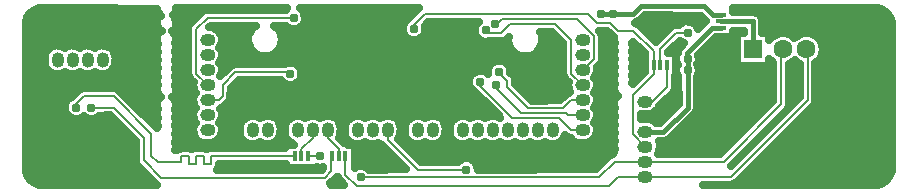
<source format=gbr>
G04 DipTrace 2.4.0.2*
%INBottom.gbr*%
%MOIN*%
%ADD15C,0.0079*%
%ADD16C,0.0157*%
%ADD19C,0.025*%
%ADD25C,0.0886*%
%ADD26R,0.063X0.063*%
%ADD27C,0.063*%
%ADD28C,0.1378*%
%ADD32C,0.0492*%
%ADD33C,0.061*%
%ADD35O,0.0512X0.0416*%
%ADD36O,0.0416X0.0512*%
%ADD39R,0.016X0.032*%
%ADD40R,0.032X0.016*%
%ADD43C,0.031*%
%FSLAX44Y44*%
G04*
G70*
G90*
G75*
G01*
%LNBottom*%
%LPD*%
X16318Y6068D2*
D15*
Y5755D1*
X17318Y4755D1*
X18943D1*
X24912Y7019D2*
X25144D1*
X25630Y7505D1*
Y8255D1*
X26318Y8443D2*
D16*
X26312Y8449D1*
Y8656D1*
X27129Y9473D1*
X27443D1*
X26318Y8068D2*
Y8443D1*
Y8068D2*
Y6818D1*
X25505Y6005D1*
X24926D1*
X24912Y6019D1*
X23443Y9943D2*
X23818D1*
X24506D1*
X24756Y10193D1*
X26881D1*
X27162Y9913D1*
X27443D1*
X11318Y6068D2*
D15*
Y6999D1*
X11665Y7346D1*
X11458Y8693D2*
X11661D1*
X11989Y8365D1*
X13371D1*
X14805Y6931D1*
Y6526D1*
Y6081D1*
X14818Y6068D1*
X21693Y8693D2*
Y7548D1*
X21483Y7337D1*
X21693Y8693D2*
X21429D1*
X21083Y8348D1*
X18975D1*
X18302Y7674D1*
Y6920D1*
Y6084D1*
X18318Y6068D1*
X14805Y6931D2*
X16818Y6920D1*
X18302D1*
X16818Y6068D2*
Y6920D1*
X11665Y7346D2*
X12040D1*
X12818Y6568D1*
Y6526D1*
Y6068D1*
Y6526D2*
X14805D1*
X13193Y9818D2*
X10318D1*
X9943Y9443D1*
Y7943D1*
X10318Y7568D1*
X13068Y7943D2*
Y7998D1*
X11248D1*
X10818Y7568D1*
Y7193D1*
X10693Y7068D1*
X10318D1*
X19913Y9622D2*
Y9537D1*
X20138Y9763D1*
X22623D1*
X23193Y9193D1*
Y8443D1*
X22818Y8068D1*
X19610Y9401D2*
Y9300D1*
X20105D1*
X20413Y9608D1*
X21903D1*
X22443Y9068D1*
Y7943D1*
X22818Y7568D1*
X20037Y8008D2*
X20011D1*
X20298Y7721D1*
Y7501D1*
X21005Y6794D1*
X22169D1*
X22443Y7068D1*
X22818D1*
X19922Y7570D2*
Y7464D1*
X20753Y6633D1*
X22253D1*
X22318Y6568D1*
X22818D1*
X19411Y7676D2*
Y7541D1*
X20472Y6479D1*
X22032D1*
X22443Y6068D1*
X22818D1*
X13663Y5193D2*
X14068D1*
X15425Y4493D2*
X23368D1*
X23894Y5019D1*
X24912D1*
X27519D1*
X29443Y6943D1*
Y8709D1*
X29492Y8758D1*
X28508D2*
D16*
Y9693D1*
X27443D1*
X5943Y6818D2*
D15*
Y6943D1*
X6193Y7193D1*
X7193D1*
X8443Y5943D1*
Y5218D1*
X8652Y5009D1*
X9441D1*
Y5193D1*
X9693D1*
Y4943D1*
X9943D1*
Y5193D1*
X10193D1*
Y4943D1*
X10443D1*
Y5193D1*
X13223D1*
X6443Y6818D2*
X7193D1*
X8193Y5818D1*
Y5060D1*
X8773Y4480D1*
X14230D1*
X14443Y4693D1*
Y5163D1*
X14473Y5193D1*
X17193Y9443D2*
Y9568D1*
X17568Y9943D1*
X22994D1*
X23289Y9648D1*
X23749D1*
X24008Y9388D1*
X24498D1*
X25190Y8695D1*
Y8255D1*
Y7940D1*
X24506Y7255D1*
Y5926D1*
X24912Y5519D1*
X14913Y5193D2*
Y4589D1*
X15309Y4193D1*
X23693D1*
X24007Y4507D1*
X24900D1*
X24912Y4519D1*
X27769D1*
X30318Y7068D1*
Y8719D1*
X30279Y8758D1*
X25410Y8255D2*
Y8785D1*
X25944Y9318D1*
X26318D1*
X14318Y6068D2*
Y5818D1*
X14693Y5443D1*
Y5193D1*
X13818Y6068D2*
Y5818D1*
X13443Y5443D1*
Y5193D1*
D43*
X23818Y9943D3*
X23443D3*
X26318Y8443D3*
Y8068D3*
Y9318D3*
X14068Y5193D3*
X15425Y4493D3*
X17193Y9443D3*
X5943Y6818D3*
X6443D3*
X19913Y9622D3*
X19610Y9401D3*
X19411Y7676D3*
X19922Y7570D3*
X20037Y8008D3*
X18943Y4755D3*
X13193Y9818D3*
X13068Y7943D3*
X14032Y9498D3*
X4370Y9882D2*
D19*
X8718D1*
X9190D2*
X9984D1*
X13592D2*
X17109D1*
X24897D2*
X26738D1*
X28772D2*
X33019D1*
X4280Y9633D2*
X8605D1*
X9303D2*
X9734D1*
X13549D2*
X16839D1*
X17655D2*
X19284D1*
X24620D2*
X26081D1*
X26553D2*
X26835D1*
X28834D2*
X33105D1*
X4280Y9384D2*
X8722D1*
X9186D2*
X9656D1*
X10686D2*
X11730D1*
X12725D2*
X16792D1*
X17592D2*
X19206D1*
X24901D2*
X25613D1*
X27854D2*
X28179D1*
X28834D2*
X33105D1*
X4280Y9136D2*
X8609D1*
X9299D2*
X9656D1*
X10819D2*
X11644D1*
X12811D2*
X16945D1*
X17440D2*
X19312D1*
X21491D2*
X21976D1*
X23483D2*
X23831D1*
X25147D2*
X25363D1*
X27245D2*
X27945D1*
X30690D2*
X33105D1*
X4280Y8887D2*
X5214D1*
X5420D2*
X5714D1*
X5920D2*
X6214D1*
X6420D2*
X6714D1*
X6920D2*
X8609D1*
X9299D2*
X9656D1*
X10784D2*
X11679D1*
X12776D2*
X20363D1*
X21456D2*
X22156D1*
X23483D2*
X23835D1*
X25913D2*
X26092D1*
X26999D2*
X27945D1*
X30827D2*
X33105D1*
X4280Y8638D2*
X4898D1*
X7237D2*
X8616D1*
X9291D2*
X9656D1*
X10819D2*
X11866D1*
X12588D2*
X20550D1*
X21268D2*
X22156D1*
X23483D2*
X23839D1*
X24522D2*
X24851D1*
X26749D2*
X27945D1*
X30831D2*
X33105D1*
X4280Y8390D2*
X4859D1*
X7276D2*
X8624D1*
X9284D2*
X9656D1*
X10784D2*
X22156D1*
X23475D2*
X23843D1*
X24518D2*
X24863D1*
X26717D2*
X27945D1*
X30698D2*
X33105D1*
X4280Y8141D2*
X4925D1*
X7213D2*
X8632D1*
X9276D2*
X9656D1*
X10819D2*
X10991D1*
X13416D2*
X19656D1*
X20416D2*
X22156D1*
X23319D2*
X23851D1*
X24510D2*
X24863D1*
X26717D2*
X29156D1*
X29733D2*
X30031D1*
X30608D2*
X33105D1*
X4280Y7892D2*
X8624D1*
X9284D2*
X9659D1*
X13467D2*
X19074D1*
X20522D2*
X22159D1*
X23288D2*
X23859D1*
X24502D2*
X24745D1*
X26678D2*
X29156D1*
X29733D2*
X30031D1*
X30608D2*
X33105D1*
X4280Y7644D2*
X8613D1*
X9299D2*
X9820D1*
X11291D2*
X12808D1*
X13327D2*
X19007D1*
X20584D2*
X22320D1*
X23315D2*
X23851D1*
X26647D2*
X29156D1*
X29733D2*
X30031D1*
X30608D2*
X33105D1*
X4280Y7395D2*
X5999D1*
X7389D2*
X8609D1*
X9303D2*
X9847D1*
X11108D2*
X19132D1*
X20803D2*
X22347D1*
X23288D2*
X23843D1*
X25897D2*
X25991D1*
X26647D2*
X29156D1*
X29733D2*
X30031D1*
X30608D2*
X33105D1*
X4280Y7146D2*
X5726D1*
X7639D2*
X8718D1*
X9194D2*
X9820D1*
X11104D2*
X19406D1*
X21049D2*
X22124D1*
X23315D2*
X23898D1*
X25670D2*
X25991D1*
X26647D2*
X29156D1*
X29733D2*
X29999D1*
X30608D2*
X33105D1*
X4280Y6898D2*
X5546D1*
X7885D2*
X8605D1*
X9303D2*
X9847D1*
X10920D2*
X19656D1*
X23288D2*
X23835D1*
X25420D2*
X25945D1*
X26647D2*
X28999D1*
X30545D2*
X33105D1*
X4280Y6649D2*
X5577D1*
X8135D2*
X8605D1*
X9303D2*
X9820D1*
X10815D2*
X19906D1*
X23315D2*
X23831D1*
X25209D2*
X25695D1*
X26596D2*
X28749D1*
X30295D2*
X33105D1*
X4280Y6400D2*
X7214D1*
X8385D2*
X8609D1*
X9299D2*
X9847D1*
X10788D2*
X11468D1*
X12670D2*
X12968D1*
X14670D2*
X14968D1*
X16670D2*
X16968D1*
X18170D2*
X18468D1*
X23288D2*
X23831D1*
X25190D2*
X25445D1*
X26354D2*
X28503D1*
X30049D2*
X33105D1*
X4280Y6151D2*
X7460D1*
X9295D2*
X9820D1*
X10815D2*
X11363D1*
X12776D2*
X12863D1*
X14776D2*
X14863D1*
X16776D2*
X16863D1*
X18276D2*
X18363D1*
X23315D2*
X23835D1*
X26104D2*
X28253D1*
X29799D2*
X33105D1*
X4280Y5903D2*
X7710D1*
X9291D2*
X9847D1*
X10791D2*
X11378D1*
X12760D2*
X12878D1*
X14760D2*
X14878D1*
X16760D2*
X16878D1*
X18260D2*
X18378D1*
X23291D2*
X23839D1*
X25858D2*
X28003D1*
X29549D2*
X33105D1*
X4280Y5654D2*
X7906D1*
X9288D2*
X10120D1*
X10518D2*
X11562D1*
X12573D2*
X13062D1*
X14881D2*
X15062D1*
X16819D2*
X17062D1*
X18073D2*
X18562D1*
X22073D2*
X22620D1*
X23018D2*
X23847D1*
X25397D2*
X27757D1*
X29303D2*
X33105D1*
X4280Y5405D2*
X7906D1*
X15241D2*
X16269D1*
X17065D2*
X23851D1*
X25401D2*
X27507D1*
X29053D2*
X33105D1*
X4280Y5157D2*
X7906D1*
X15241D2*
X16519D1*
X17315D2*
X23632D1*
X28803D2*
X33105D1*
X4280Y4908D2*
X7952D1*
X10729D2*
X12894D1*
X15241D2*
X16769D1*
X19315D2*
X23386D1*
X28557D2*
X33105D1*
X4295Y4659D2*
X8195D1*
X28307D2*
X33089D1*
X4432Y4411D2*
X8445D1*
X14557D2*
X14697D1*
X28057D2*
X32956D1*
X21454Y8963D2*
X21413Y8845D1*
X21347Y8739D1*
X21259Y8651D1*
X21153Y8584D1*
X21036Y8542D1*
X20912Y8527D1*
X20788Y8541D1*
X20670Y8581D1*
X20564Y8646D1*
X20475Y8734D1*
X20407Y8839D1*
X20365Y8956D1*
X20349Y9080D1*
X20360Y9184D1*
X20292Y9113D1*
X20183Y9048D1*
X20105Y9036D1*
X19706Y9033D1*
X19582Y9022D1*
X19461Y9052D1*
X19356Y9119D1*
X19279Y9216D1*
X19237Y9333D1*
X19235Y9458D1*
X19274Y9576D1*
X19352Y9678D1*
X17677Y9679D1*
X17553Y9555D1*
X17573Y9443D1*
X17552Y9320D1*
X17493Y9211D1*
X17402Y9126D1*
X17288Y9076D1*
X17164Y9064D1*
X17043Y9094D1*
X16939Y9161D1*
X16861Y9259D1*
X16819Y9376D1*
X16818Y9500D1*
X16856Y9618D1*
X16931Y9718D1*
X17045Y9791D1*
X17379Y10128D1*
X13416Y10126D1*
X13487Y10058D1*
X13549Y9950D1*
X13573Y9818D1*
X13552Y9695D1*
X13493Y9586D1*
X13402Y9501D1*
X13288Y9451D1*
X13164Y9439D1*
X13043Y9469D1*
X12927Y9551D1*
X12533Y9554D1*
X12657Y9445D1*
X12726Y9341D1*
X12770Y9224D1*
X12787Y9087D1*
X12773Y8963D1*
X12732Y8845D1*
X12666Y8739D1*
X12578Y8651D1*
X12472Y8584D1*
X12355Y8542D1*
X12231Y8527D1*
X12107Y8541D1*
X11989Y8581D1*
X11883Y8646D1*
X11794Y8734D1*
X11726Y8839D1*
X11684Y8956D1*
X11668Y9080D1*
X11681Y9204D1*
X11720Y9322D1*
X11785Y9429D1*
X11872Y9518D1*
X11927Y9554D1*
X10423D1*
X10375Y9502D1*
X10451Y9492D1*
X10569Y9450D1*
X10669Y9377D1*
X10744Y9277D1*
X10788Y9161D1*
X10799Y9068D1*
X10781Y8945D1*
X10715Y8817D1*
X10744Y8777D1*
X10788Y8661D1*
X10799Y8568D1*
X10781Y8445D1*
X10715Y8317D1*
X10744Y8277D1*
X10788Y8161D1*
X10799Y8068D1*
X10781Y7945D1*
X10746Y7871D1*
X11061Y8184D1*
X11170Y8250D1*
X11248Y8262D1*
X12861D1*
X12909Y8288D1*
X13029Y8321D1*
X13153Y8313D1*
X13268Y8265D1*
X13362Y8183D1*
X13424Y8075D1*
X13448Y7943D1*
X13427Y7820D1*
X13368Y7711D1*
X13277Y7626D1*
X13163Y7576D1*
X13039Y7564D1*
X12918Y7594D1*
X12814Y7661D1*
X12758Y7731D1*
X11443Y7734D1*
X11353D1*
X11084Y7460D1*
X11082Y7193D1*
X11050Y7070D1*
X11068Y7109D1*
X11005Y7006D1*
X10880Y6881D1*
X10769Y6815D1*
X10744Y6777D1*
X10788Y6661D1*
X10799Y6568D1*
X10781Y6445D1*
X10715Y6317D1*
X10744Y6277D1*
X10788Y6161D1*
X10799Y6068D1*
X10781Y5945D1*
X10728Y5832D1*
X10646Y5738D1*
X10540Y5672D1*
X10420Y5639D1*
X10366Y5635D1*
X10200Y5641D1*
X10081Y5679D1*
X9978Y5749D1*
X9899Y5845D1*
X9851Y5960D1*
X9838Y6084D1*
X9860Y6206D1*
X9919Y6320D1*
X9899Y6345D1*
X9851Y6460D1*
X9838Y6584D1*
X9860Y6706D1*
X9919Y6820D1*
X9899Y6845D1*
X9851Y6960D1*
X9838Y7084D1*
X9860Y7206D1*
X9919Y7320D1*
X9899Y7345D1*
X9851Y7460D1*
X9838Y7584D1*
X9852Y7664D1*
X9756Y7756D1*
X9691Y7865D1*
X9679Y7943D1*
Y9443D1*
X9709Y9566D1*
X9756Y9630D1*
X10131Y10005D1*
X10240Y10070D1*
X10318Y10082D1*
X12923D1*
X12979Y10126D1*
X9275Y10125D1*
X9255Y10025D1*
X9188Y9921D1*
X9152Y9896D1*
X9238Y9792D1*
X9277Y9674D1*
X9279Y9635D1*
X9255Y9513D1*
X9188Y9409D1*
X9127Y9366D1*
X9238Y9246D1*
X9277Y9128D1*
X9279Y9088D1*
X9249Y8957D1*
X9277Y8867D1*
X9279Y8827D1*
X9249Y8696D1*
X9279Y8554D1*
X9249Y8423D1*
X9279Y8281D1*
X9249Y8149D1*
X9279Y8008D1*
X9255Y7886D1*
X9240Y7863D1*
X9277Y7748D1*
X9279Y7709D1*
X9249Y7577D1*
X9279Y7436D1*
X9255Y7314D1*
X9188Y7210D1*
X9133Y7172D1*
X9158Y7154D1*
X9238Y7059D1*
X9277Y6941D1*
X9279Y6902D1*
X9249Y6770D1*
X9279Y6628D1*
X9249Y6497D1*
X9279Y6355D1*
X9249Y6224D1*
X9279Y6082D1*
X9249Y5950D1*
X9277Y5860D1*
X9279Y5820D1*
X9249Y5688D1*
X9279Y5547D1*
X9249Y5415D1*
X9283Y5405D1*
X9398Y5453D1*
X9441Y5457D1*
X9693D1*
X9816Y5425D1*
X9780Y5441D1*
X9943Y5457D1*
X10193D1*
X10316Y5425D1*
X10280Y5441D1*
X10443Y5457D1*
X12916D1*
X12918Y5578D1*
X13213D1*
X13026Y5701D1*
X12947Y5797D1*
X12899Y5912D1*
X12885Y6020D1*
X12889Y6116D1*
X12908Y6254D1*
X12964Y6365D1*
X13050Y6456D1*
X13158Y6518D1*
X13279Y6547D1*
X13403Y6540D1*
X13521Y6498D1*
X13562Y6468D1*
X13658Y6518D1*
X13779Y6547D1*
X13903Y6540D1*
X14021Y6498D1*
X14062Y6468D1*
X14158Y6518D1*
X14279Y6547D1*
X14403Y6540D1*
X14521Y6498D1*
X14621Y6424D1*
X14697Y6325D1*
X14741Y6209D1*
X14751Y6116D1*
X14747Y6020D1*
X14733Y5897D1*
X14695Y5816D1*
X14884Y5624D1*
X14983Y5578D1*
X15218D1*
Y4810D1*
X15266Y4837D1*
X15386Y4870D1*
X15510Y4862D1*
X15625Y4815D1*
X15692Y4756D1*
X16944Y4757D1*
X16127Y5574D1*
X15993Y5624D1*
X15872Y5591D1*
X15748Y5593D1*
X15629Y5631D1*
X15574Y5668D1*
X15493Y5624D1*
X15372Y5591D1*
X15248Y5593D1*
X15129Y5631D1*
X15026Y5701D1*
X14947Y5797D1*
X14899Y5912D1*
X14885Y6020D1*
X14889Y6116D1*
X14908Y6254D1*
X14964Y6365D1*
X15050Y6456D1*
X15158Y6518D1*
X15279Y6547D1*
X15403Y6540D1*
X15521Y6498D1*
X15562Y6468D1*
X15658Y6518D1*
X15779Y6547D1*
X15903Y6540D1*
X16021Y6498D1*
X16062Y6468D1*
X16158Y6518D1*
X16279Y6547D1*
X16403Y6540D1*
X16521Y6498D1*
X16621Y6424D1*
X16697Y6325D1*
X16741Y6209D1*
X16751Y6116D1*
X16747Y6020D1*
X16733Y5897D1*
X16673Y5775D1*
X17430Y5016D1*
X18068Y5019D1*
X18673D1*
X18784Y5100D1*
X18904Y5133D1*
X19028Y5125D1*
X19143Y5078D1*
X19237Y4995D1*
X19299Y4888D1*
X19323Y4756D1*
X23257Y4757D1*
X23708Y5206D1*
X23819Y5272D1*
X23886Y5425D1*
X23856Y5539D1*
X23873Y5662D1*
X23890Y5692D1*
X23856Y5812D1*
X23873Y5935D1*
X23890Y5965D1*
X23856Y6085D1*
X23873Y6208D1*
X23890Y6239D1*
X23856Y6359D1*
X23873Y6482D1*
X23894Y6519D1*
X23856Y6657D1*
X23873Y6781D1*
X23890Y6811D1*
X23856Y6931D1*
X23873Y7054D1*
X23934Y7162D1*
X23998Y7212D1*
X23962Y7245D1*
X23888Y7344D1*
X23856Y7465D1*
X23873Y7588D1*
X23890Y7618D1*
X23856Y7738D1*
X23873Y7861D1*
X23890Y7891D1*
X23856Y8011D1*
X23873Y8134D1*
X23890Y8164D1*
X23856Y8285D1*
X23873Y8408D1*
X23886Y8431D1*
X23856Y8546D1*
X23873Y8669D1*
X23890Y8700D1*
X23856Y8819D1*
X23873Y8942D1*
X23890Y8973D1*
X23856Y9092D1*
X23866Y9166D1*
X23733Y9290D1*
X23637Y9386D1*
X23377Y9384D1*
X23445Y9271D1*
X23457Y9193D1*
Y8443D1*
X23427Y8320D1*
X23380Y8256D1*
X23288Y8161D1*
X23299Y8068D1*
X23281Y7945D1*
X23215Y7817D1*
X23244Y7777D1*
X23288Y7661D1*
X23299Y7568D1*
X23281Y7445D1*
X23215Y7317D1*
X23244Y7277D1*
X23288Y7161D1*
X23299Y7068D1*
X23281Y6945D1*
X23215Y6817D1*
X23244Y6777D1*
X23288Y6661D1*
X23299Y6568D1*
X23281Y6445D1*
X23215Y6317D1*
X23244Y6277D1*
X23288Y6161D1*
X23299Y6068D1*
X23281Y5945D1*
X23228Y5832D1*
X23146Y5738D1*
X23040Y5672D1*
X22920Y5639D1*
X22866Y5635D1*
X22700Y5641D1*
X22581Y5679D1*
X22478Y5749D1*
X22431Y5806D1*
X22320Y5834D1*
X22237Y5901D1*
X22180Y5784D1*
X22098Y5690D1*
X21993Y5624D1*
X21872Y5591D1*
X21748Y5593D1*
X21629Y5631D1*
X21574Y5668D1*
X21493Y5624D1*
X21372Y5591D1*
X21248Y5593D1*
X21129Y5631D1*
X21074Y5668D1*
X20993Y5624D1*
X20872Y5591D1*
X20748Y5593D1*
X20629Y5631D1*
X20574Y5668D1*
X20493Y5624D1*
X20372Y5591D1*
X20248Y5593D1*
X20129Y5631D1*
X20074Y5668D1*
X19993Y5624D1*
X19872Y5591D1*
X19748Y5593D1*
X19629Y5631D1*
X19574Y5668D1*
X19493Y5624D1*
X19372Y5591D1*
X19248Y5593D1*
X19129Y5631D1*
X19074Y5668D1*
X18993Y5624D1*
X18872Y5591D1*
X18748Y5593D1*
X18629Y5631D1*
X18526Y5701D1*
X18447Y5797D1*
X18399Y5912D1*
X18385Y6020D1*
X18389Y6116D1*
X18408Y6254D1*
X18464Y6365D1*
X18550Y6456D1*
X18658Y6518D1*
X18779Y6547D1*
X18903Y6540D1*
X19021Y6498D1*
X19062Y6468D1*
X19158Y6518D1*
X19279Y6547D1*
X19403Y6540D1*
X19521Y6498D1*
X19562Y6468D1*
X19658Y6518D1*
X19779Y6547D1*
X19903Y6540D1*
X20021Y6498D1*
X20062Y6468D1*
X20020Y6558D1*
X19238Y7339D1*
X19156Y7395D1*
X19079Y7492D1*
X19037Y7609D1*
X19035Y7734D1*
X19074Y7852D1*
X19149Y7951D1*
X19252Y8021D1*
X19372Y8054D1*
X19496Y8046D1*
X19611Y7999D1*
X19661Y7955D1*
X19662Y8065D1*
X19701Y8184D1*
X19776Y8283D1*
X19879Y8353D1*
X19999Y8386D1*
X20123Y8378D1*
X20238Y8330D1*
X20331Y8248D1*
X20393Y8140D1*
X20417Y8008D1*
X20413Y7981D1*
X20484Y7908D1*
X20550Y7799D1*
X20561Y7721D1*
Y7608D1*
X21117Y7055D1*
X22005Y7058D1*
X22063D1*
X22256Y7255D1*
X22367Y7321D1*
X22399Y7345D1*
X22351Y7460D1*
X22338Y7584D1*
X22352Y7664D1*
X22256Y7756D1*
X22191Y7865D1*
X22179Y7943D1*
Y8963D1*
X21795Y9343D1*
X21407Y9344D1*
X21451Y9224D1*
X21468Y9087D1*
X21454Y8963D1*
X28093Y9298D2*
X28206D1*
X28204Y9387D1*
X27824Y9388D1*
X27828Y9168D1*
X27253D1*
X26672Y8587D1*
X26698Y8443D1*
X26677Y8320D1*
X26646Y8262D1*
X26674Y8200D1*
X26698Y8068D1*
X26677Y7945D1*
X26620Y7839D1*
X26621Y6818D1*
X26594Y6693D1*
X26532Y6603D1*
X25720Y5791D1*
X25612Y5722D1*
X25505Y5702D1*
X25353D1*
X25383Y5612D1*
X25393Y5519D1*
X25375Y5396D1*
X25324Y5287D1*
X26287Y5283D1*
X27409D1*
X29181Y7054D1*
X29179Y8322D1*
X29126Y8362D1*
X29047Y8453D1*
Y8218D1*
X27968D1*
Y9298D1*
X28093D1*
X28808D2*
X29047D1*
Y9067D1*
X29115Y9144D1*
X29213Y9220D1*
X29327Y9272D1*
X29449Y9296D1*
X29574Y9291D1*
X29694Y9258D1*
X29804Y9198D1*
X29882Y9128D1*
X30001Y9220D1*
X30114Y9272D1*
X30237Y9296D1*
X30361Y9291D1*
X30482Y9258D1*
X30591Y9198D1*
X30684Y9115D1*
X30755Y9013D1*
X30801Y8897D1*
X30819Y8758D1*
X30805Y8634D1*
X30762Y8517D1*
X30694Y8412D1*
X30580Y8313D1*
X30582Y7068D1*
X30552Y6945D1*
X30505Y6881D1*
X27956Y4333D1*
X27847Y4267D1*
X27769Y4255D1*
X26822Y4252D1*
X32678D1*
X32824Y4305D1*
X32980Y4410D1*
X33080Y4562D1*
X33132Y4714D1*
X33129Y9671D1*
X33079Y9827D1*
X32976Y9980D1*
X32824Y10080D1*
X32673Y10130D1*
X27830Y10129D1*
X27828Y9994D1*
X28508Y9996D1*
X28629Y9971D1*
X28730Y9899D1*
X28801Y9770D1*
X28811Y9568D1*
Y9298D1*
X29887Y8394D2*
X29816Y8327D1*
X29705Y8262D1*
X29707Y6943D1*
X29677Y6820D1*
X29630Y6756D1*
X27759Y4883D1*
X30055Y7178D1*
X30054Y8267D1*
X29913Y8362D1*
X29885Y8394D1*
X11388Y6112D2*
X11408Y6254D1*
X11464Y6365D1*
X11550Y6456D1*
X11658Y6518D1*
X11779Y6547D1*
X11903Y6540D1*
X12021Y6498D1*
X12062Y6468D1*
X12158Y6518D1*
X12279Y6547D1*
X12403Y6540D1*
X12521Y6498D1*
X12621Y6424D1*
X12697Y6325D1*
X12741Y6209D1*
X12751Y6116D1*
X12747Y6020D1*
X12733Y5897D1*
X12680Y5784D1*
X12598Y5690D1*
X12493Y5624D1*
X12372Y5591D1*
X12248Y5593D1*
X12129Y5631D1*
X12074Y5668D1*
X11993Y5624D1*
X11872Y5591D1*
X11748Y5593D1*
X11629Y5631D1*
X11526Y5701D1*
X11447Y5797D1*
X11399Y5912D1*
X11385Y6020D1*
X11389Y6116D1*
X16888Y6112D2*
X16908Y6254D1*
X16964Y6365D1*
X17050Y6456D1*
X17158Y6518D1*
X17279Y6547D1*
X17403Y6540D1*
X17521Y6498D1*
X17562Y6468D1*
X17658Y6518D1*
X17779Y6547D1*
X17903Y6540D1*
X18021Y6498D1*
X18121Y6424D1*
X18197Y6325D1*
X18241Y6209D1*
X18251Y6116D1*
X18247Y6020D1*
X18233Y5897D1*
X18180Y5784D1*
X18098Y5690D1*
X17993Y5624D1*
X17872Y5591D1*
X17748Y5593D1*
X17629Y5631D1*
X17574Y5668D1*
X17493Y5624D1*
X17372Y5591D1*
X17248Y5593D1*
X17129Y5631D1*
X17026Y5701D1*
X16947Y5797D1*
X16899Y5912D1*
X16885Y6020D1*
X16889Y6116D1*
X13968Y4827D2*
Y4808D1*
X13358Y4812D1*
X13248Y4808D1*
X13138Y4812D1*
X13028Y4808D1*
X12918D1*
Y4929D1*
X10703D1*
X10693Y4859D1*
X10624Y4752D1*
X10648Y4744D1*
X14121D1*
X14179Y4802D1*
X14168Y4808D1*
X14163Y4826D1*
X14039Y4814D1*
X13968Y4832D1*
X24481Y8444D2*
X24475Y8434D1*
X24503Y8344D1*
X24505Y8304D1*
X24475Y8173D1*
X24505Y8031D1*
X24475Y7899D1*
X24505Y7758D1*
X24475Y7626D1*
X24496Y7619D1*
X24886Y8008D1*
Y8627D1*
X24493Y9020D1*
X24475Y8981D1*
X24505Y8839D1*
X24475Y8707D1*
X24505Y8566D1*
X24481Y8444D1*
X25989Y8256D2*
X25944Y8376D1*
X25943Y8500D1*
X25981Y8618D1*
X26007Y8653D1*
X26011Y8691D1*
X26050Y8809D1*
X26186Y8959D1*
X26064Y9036D1*
X26052Y9051D1*
X25675Y8676D1*
X25674Y8640D1*
X25935D1*
Y7871D1*
X25892D1*
X25986Y7884D1*
X25944Y8001D1*
X25943Y8125D1*
X25988Y8253D1*
X26049Y9584D2*
X26159Y9663D1*
X26279Y9696D1*
X26403Y9688D1*
X26518Y9640D1*
X26612Y9558D1*
X26675Y9446D1*
X26918Y9690D1*
X26859Y9787D1*
X26757Y9889D1*
X24885Y9890D1*
X24720Y9728D1*
X24613Y9660D1*
X24581Y9649D1*
X24685Y9575D1*
X25256Y9003D1*
X25757Y9505D1*
X25866Y9570D1*
X25944Y9582D1*
X26049D1*
X6189Y6535D2*
X6152Y6501D1*
X6038Y6451D1*
X5914Y6439D1*
X5793Y6469D1*
X5689Y6536D1*
X5611Y6634D1*
X5569Y6751D1*
X5568Y6875D1*
X5606Y6993D1*
X5681Y7093D1*
X5795Y7166D1*
X6006Y7380D1*
X6115Y7445D1*
X6193Y7457D1*
X7193D1*
X7316Y7427D1*
X7380Y7380D1*
X8634Y6124D1*
X8647Y6185D1*
X8664Y6215D1*
X8630Y6336D1*
X8647Y6459D1*
X8664Y6489D1*
X8630Y6609D1*
X8647Y6732D1*
X8664Y6762D1*
X8630Y6882D1*
X8647Y7005D1*
X8708Y7113D1*
X8772Y7164D1*
X8736Y7196D1*
X8662Y7296D1*
X8630Y7416D1*
X8647Y7539D1*
X8664Y7569D1*
X8630Y7689D1*
X8647Y7812D1*
X8668Y7849D1*
X8630Y7988D1*
X8647Y8111D1*
X8664Y8141D1*
X8630Y8261D1*
X8647Y8385D1*
X8664Y8415D1*
X8630Y8535D1*
X8647Y8658D1*
X8664Y8688D1*
X8630Y8808D1*
X8647Y8931D1*
X8660Y8954D1*
X8630Y9069D1*
X8647Y9192D1*
X8708Y9300D1*
X8784Y9360D1*
X8736Y9395D1*
X8662Y9495D1*
X8630Y9615D1*
X8647Y9738D1*
X8708Y9846D1*
X8760Y9887D1*
X8662Y10007D1*
X8631Y10123D1*
X6068Y10125D1*
X4713Y10124D1*
X4560Y10079D1*
X4406Y9976D1*
X4306Y9824D1*
X4253Y9669D1*
X4256Y4701D1*
X4306Y4560D1*
X4410Y4406D1*
X4562Y4306D1*
X4716Y4254D1*
X8639Y4253D1*
X8498Y4382D1*
X8006Y4874D1*
X7941Y4982D1*
X7929Y5060D1*
Y5713D1*
X7476Y6162D1*
X7081Y6557D1*
X6713Y6554D1*
X6652Y6501D1*
X6538Y6451D1*
X6414Y6439D1*
X6293Y6469D1*
X6192Y6534D1*
X24869Y6591D2*
X24769Y6601D1*
X24770Y6439D1*
X24869Y6448D1*
X24960Y6452D1*
X25046Y6444D1*
X25163Y6402D1*
X25264Y6328D1*
X25280Y6306D1*
X25383Y6309D1*
X26017Y6946D1*
X26015Y7838D1*
X25894Y7755D1*
Y7505D1*
X25864Y7382D1*
X25817Y7319D1*
X25366Y6867D1*
X25323Y6783D1*
X25240Y6690D1*
X25135Y6623D1*
X25015Y6590D1*
X24960Y6587D1*
X24865Y6591D1*
X4888Y8458D2*
X4908Y8600D1*
X4964Y8711D1*
X5050Y8801D1*
X5158Y8864D1*
X5279Y8893D1*
X5403Y8886D1*
X5521Y8844D1*
X5562Y8814D1*
X5658Y8864D1*
X5779Y8893D1*
X5903Y8886D1*
X6021Y8844D1*
X6062Y8814D1*
X6158Y8864D1*
X6279Y8893D1*
X6403Y8886D1*
X6521Y8844D1*
X6562Y8814D1*
X6658Y8864D1*
X6779Y8893D1*
X6903Y8886D1*
X7021Y8844D1*
X7121Y8770D1*
X7197Y8671D1*
X7241Y8554D1*
X7251Y8462D1*
X7247Y8366D1*
X7233Y8243D1*
X7180Y8130D1*
X7098Y8036D1*
X6993Y7970D1*
X6872Y7937D1*
X6748Y7939D1*
X6629Y7977D1*
X6574Y8014D1*
X6493Y7970D1*
X6372Y7937D1*
X6248Y7939D1*
X6129Y7977D1*
X6074Y8014D1*
X5993Y7970D1*
X5872Y7937D1*
X5748Y7939D1*
X5629Y7977D1*
X5574Y8014D1*
X5493Y7970D1*
X5372Y7937D1*
X5248Y7939D1*
X5129Y7977D1*
X5026Y8047D1*
X4947Y8143D1*
X4899Y8258D1*
X4885Y8366D1*
X4889Y8462D1*
X14541Y4418D2*
X14412Y4290D1*
X14447Y4253D1*
X14873D1*
X14726Y4402D1*
X14660Y4513D1*
X14630Y4506D1*
X14541Y4418D1*
D25*
X21483Y7337D3*
X11458Y8693D3*
X11665Y7346D3*
X21693Y8693D3*
D26*
X28508Y8758D3*
D27*
X29492D3*
X30279D3*
X31264D3*
D28*
X27299Y7691D3*
X32472D3*
D32*
X5346Y5568D3*
X7314D3*
D33*
X4952Y4505D3*
X7708D3*
D35*
X10318Y9068D3*
Y8568D3*
Y8068D3*
Y7568D3*
Y7068D3*
Y6568D3*
Y6068D3*
D36*
X11318D3*
X11818D3*
X12318D3*
X12818D3*
X13318D3*
X13818D3*
X14318D3*
X14818D3*
X15318D3*
X15818D3*
X16318D3*
X16818D3*
X17318D3*
X17818D3*
X18318D3*
X18818D3*
X19318D3*
X19818D3*
X20318D3*
X20818D3*
X21318D3*
X21818D3*
D35*
X22818D3*
Y6568D3*
Y7068D3*
Y7568D3*
Y8068D3*
Y8568D3*
Y9068D3*
D39*
X13663Y5193D3*
X13443D3*
X13223D3*
X14473D3*
X14693D3*
X14913D3*
D40*
X27443Y9473D3*
Y9693D3*
Y9913D3*
D35*
X24912Y7019D3*
Y6519D3*
Y6019D3*
Y5519D3*
Y5019D3*
Y4519D3*
D36*
X5318Y8414D3*
X5818D3*
X6318D3*
X6818D3*
X7318D3*
D39*
X25630Y8255D3*
X25410D3*
X25190D3*
M02*

</source>
